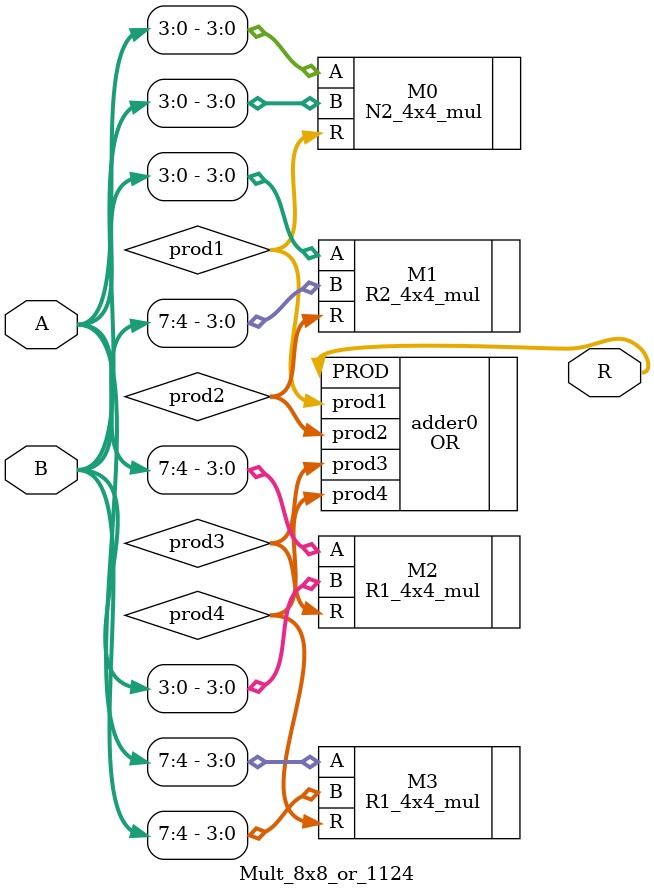
<source format=v>
module Mult_8x8_or_1124(
input [7:0] A,
input [7:0] B,
output [15:0]R
);
wire [7:0]prod1;
wire [7:0]prod2;
wire [7:0]prod3;
wire [7:0]prod4;

N2_4x4_mul M0(.A(A[3:0]),.B(B[3:0]),.R(prod1));
R2_4x4_mul M1(.A(A[3:0]),.B(B[7:4]),.R(prod2));
R1_4x4_mul M2(.A(A[7:4]),.B(B[3:0]),.R(prod3));
R1_4x4_mul M3(.A(A[7:4]),.B(B[7:4]),.R(prod4));
OR adder0(.prod1(prod1),.prod2(prod2),.prod3(prod3),.prod4(prod4),.PROD(R));
endmodule

</source>
